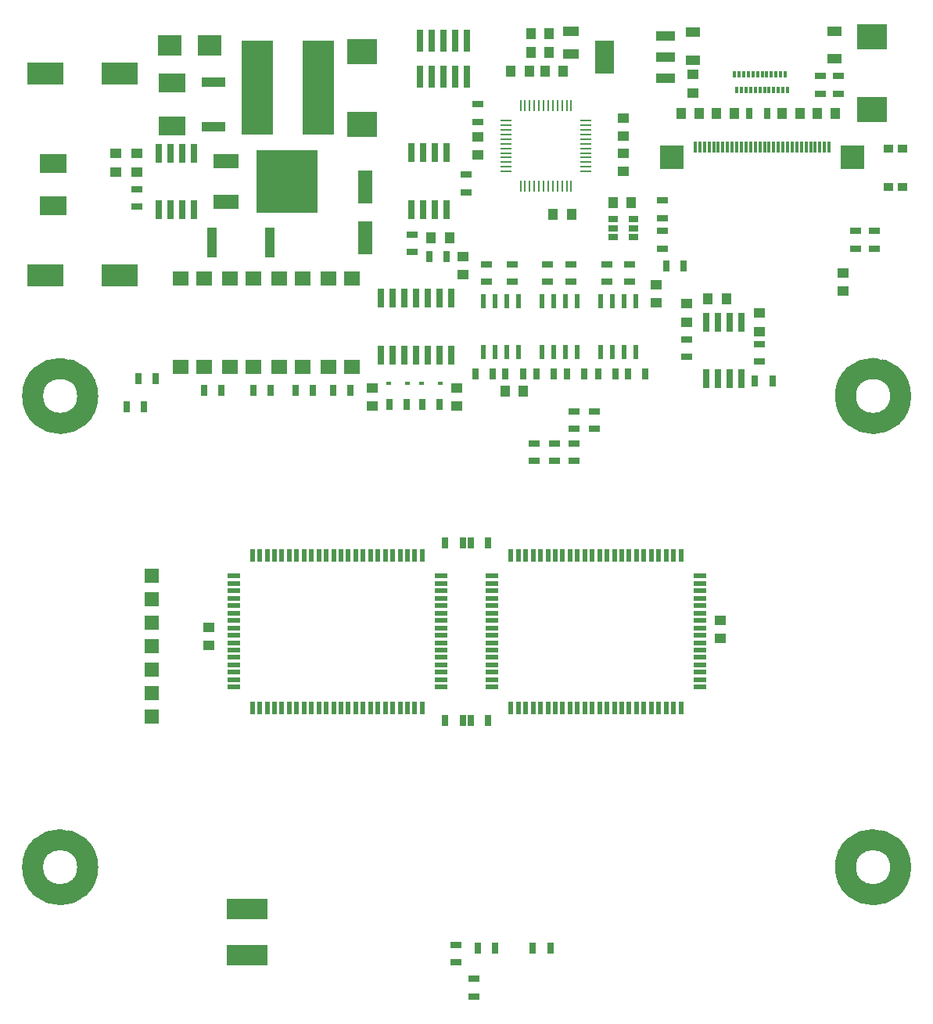
<source format=gbr>
G04 #@! TF.FileFunction,Paste,Bot*
%FSLAX46Y46*%
G04 Gerber Fmt 4.6, Leading zero omitted, Abs format (unit mm)*
G04 Created by KiCad (PCBNEW 4.0.7-e2-6376~58~ubuntu16.04.1) date Sat Jul 28 16:41:28 2018*
%MOMM*%
%LPD*%
G01*
G04 APERTURE LIST*
%ADD10C,0.100000*%
%ADD11C,2.250000*%
%ADD12R,1.000000X1.250000*%
%ADD13R,1.800000X1.000000*%
%ADD14R,1.250000X1.000000*%
%ADD15R,1.700000X1.600000*%
%ADD16R,4.000500X2.400300*%
%ADD17R,1.300000X0.700000*%
%ADD18R,0.610000X1.520000*%
%ADD19R,0.700000X1.300000*%
%ADD20R,2.780000X1.550000*%
%ADD21R,6.730000X6.740000*%
%ADD22R,0.660400X2.032000*%
%ADD23R,1.000000X3.200000*%
%ADD24R,2.500000X1.000000*%
%ADD25R,2.500000X2.300000*%
%ADD26R,1.501140X1.501140*%
%ADD27R,1.600200X3.599180*%
%ADD28R,3.500000X10.200000*%
%ADD29R,3.000000X2.000000*%
%ADD30R,1.060000X0.650000*%
%ADD31R,0.600000X0.450000*%
%ADD32R,1.300000X0.250000*%
%ADD33R,0.250000X1.300000*%
%ADD34R,2.032000X3.657600*%
%ADD35R,2.032000X1.016000*%
%ADD36R,1.000000X0.900000*%
%ADD37R,0.300000X0.700000*%
%ADD38R,1.600000X1.000000*%
%ADD39R,0.500000X1.480000*%
%ADD40R,1.480000X0.500000*%
%ADD41R,4.500000X2.200000*%
%ADD42R,0.300000X1.250000*%
%ADD43R,2.500000X2.500000*%
%ADD44R,3.200000X2.700000*%
%ADD45R,0.740000X2.400000*%
G04 APERTURE END LIST*
D10*
D11*
X146982767Y-74000000D02*
G75*
G03X146982767Y-74000000I-2982767J0D01*
G01*
X146982767Y-125000000D02*
G75*
G03X146982767Y-125000000I-2982767J0D01*
G01*
X58982767Y-125000000D02*
G75*
G03X58982767Y-125000000I-2982767J0D01*
G01*
X58982767Y-74000000D02*
G75*
G03X58982767Y-74000000I-2982767J0D01*
G01*
D12*
X108950000Y-34757000D03*
X106950000Y-34757000D03*
D13*
X111252000Y-34523000D03*
X111252000Y-37023000D03*
D14*
X101219000Y-45949000D03*
X101219000Y-47949000D03*
D15*
X85011000Y-70817000D03*
X87551000Y-70817000D03*
X87551000Y-61317000D03*
X85011000Y-61317000D03*
D16*
X54419500Y-60960000D03*
X62420500Y-60960000D03*
D17*
X102156000Y-61619500D03*
X102156000Y-59719500D03*
D18*
X118285000Y-69244000D03*
X117015000Y-69244000D03*
X115745000Y-69244000D03*
X114475000Y-69244000D03*
X114475000Y-63779000D03*
X115745000Y-63779000D03*
X117015000Y-63779000D03*
X118285000Y-63779000D03*
X111935000Y-63779000D03*
X110665000Y-63779000D03*
X109395000Y-63779000D03*
X108125000Y-63779000D03*
X108125000Y-69244000D03*
X109395000Y-69244000D03*
X110665000Y-69244000D03*
X111935000Y-69244000D03*
D19*
X102852000Y-71591500D03*
X100952000Y-71591500D03*
D17*
X64262000Y-53528000D03*
X64262000Y-51628000D03*
X101219000Y-42443000D03*
X101219000Y-44343000D03*
D19*
X107177800Y-133766200D03*
X109077800Y-133766200D03*
X101183400Y-133766200D03*
X103083400Y-133766200D03*
D17*
X100812600Y-137083400D03*
X100812600Y-138983400D03*
X98882200Y-133425800D03*
X98882200Y-135325800D03*
D19*
X133126000Y-72363040D03*
X131226000Y-72363040D03*
D17*
X131668000Y-70265040D03*
X131668000Y-68365040D03*
X123794000Y-69757040D03*
X123794000Y-67857040D03*
D19*
X116139000Y-71587000D03*
X114239000Y-71587000D03*
X109456000Y-71591500D03*
X107556000Y-71591500D03*
X104206000Y-71587000D03*
X106106000Y-71587000D03*
X110858000Y-71591500D03*
X112758000Y-71591500D03*
X95189000Y-74889000D03*
X97089000Y-74889000D03*
X71567000Y-73365000D03*
X73467000Y-73365000D03*
X76901000Y-73365000D03*
X78801000Y-73365000D03*
X87437000Y-73365000D03*
X85537000Y-73365000D03*
X81473000Y-73365000D03*
X83373000Y-73365000D03*
D17*
X117650000Y-61619500D03*
X117650000Y-59719500D03*
D19*
X117462000Y-71591500D03*
X119362000Y-71591500D03*
D17*
X140208000Y-41295000D03*
X140208000Y-39395000D03*
X144145000Y-56159000D03*
X144145000Y-58059000D03*
D19*
X121605000Y-59903000D03*
X123505000Y-59903000D03*
D17*
X142113000Y-56159000D03*
X142113000Y-58059000D03*
X115175000Y-61625000D03*
X115175000Y-59725000D03*
X108760000Y-61619500D03*
X108760000Y-59719500D03*
X104975000Y-61625000D03*
X104975000Y-59725000D03*
X111300000Y-61619500D03*
X111300000Y-59719500D03*
X99949000Y-51963000D03*
X99949000Y-50063000D03*
D19*
X93533000Y-74889000D03*
X91633000Y-74889000D03*
X95951000Y-58887000D03*
X97851000Y-58887000D03*
X97675000Y-89875000D03*
X99575000Y-89875000D03*
D20*
X73932000Y-48620000D03*
D21*
X80567000Y-50800000D03*
D20*
X73932000Y-52980000D03*
D15*
X74343000Y-70817000D03*
X76883000Y-70817000D03*
X76883000Y-61317000D03*
X74343000Y-61317000D03*
X69009000Y-70817000D03*
X71549000Y-70817000D03*
X71549000Y-61317000D03*
X69009000Y-61317000D03*
X79677000Y-70817000D03*
X82217000Y-70817000D03*
X82217000Y-61317000D03*
X79677000Y-61317000D03*
D18*
X105585000Y-69244000D03*
X104315000Y-69244000D03*
X103045000Y-69244000D03*
X101775000Y-69244000D03*
X101775000Y-63779000D03*
X103045000Y-63779000D03*
X104315000Y-63779000D03*
X105585000Y-63779000D03*
D14*
X123794000Y-65997040D03*
X123794000Y-63997040D03*
D22*
X129763000Y-72134440D03*
X128493000Y-72134440D03*
X127223000Y-72134440D03*
X125953000Y-72134440D03*
X125953000Y-65987640D03*
X127223000Y-65987640D03*
X128493000Y-65987640D03*
X129763000Y-65987640D03*
D23*
X72465000Y-57363000D03*
X78665000Y-57363000D03*
D24*
X72565000Y-44895000D03*
X72565000Y-39995000D03*
D14*
X61976000Y-49768000D03*
X61976000Y-47768000D03*
X64262000Y-47768000D03*
X64262000Y-49768000D03*
X127432000Y-98246000D03*
X127432000Y-100246000D03*
X72060000Y-101008000D03*
X72060000Y-99008000D03*
D25*
X67875000Y-36095000D03*
X72175000Y-36095000D03*
D14*
X131668000Y-65013040D03*
X131668000Y-67013040D03*
D12*
X126127000Y-63459000D03*
X128127000Y-63459000D03*
D19*
X100425000Y-109125000D03*
X102325000Y-109125000D03*
X100425000Y-89875000D03*
X102325000Y-89875000D03*
X99575000Y-109125000D03*
X97675000Y-109125000D03*
D16*
X62420500Y-39116000D03*
X54419500Y-39116000D03*
D12*
X106791000Y-38821000D03*
X104791000Y-38821000D03*
D14*
X140716000Y-62681000D03*
X140716000Y-60681000D03*
D12*
X108950000Y-36789000D03*
X106950000Y-36789000D03*
D14*
X116967000Y-45917000D03*
X116967000Y-43917000D03*
D26*
X65913000Y-103591000D03*
X65913000Y-108671000D03*
X65913000Y-95971000D03*
X65913000Y-93431000D03*
X65913000Y-106131000D03*
X65913000Y-98511000D03*
X65913000Y-101051000D03*
D27*
X89000000Y-51374180D03*
X89000000Y-56875820D03*
D28*
X83945000Y-40599000D03*
X77345000Y-40599000D03*
D12*
X125206000Y-43393000D03*
X123206000Y-43393000D03*
X137938000Y-43393000D03*
X139938000Y-43393000D03*
X127016000Y-43393000D03*
X129016000Y-43393000D03*
X136128000Y-43393000D03*
X134128000Y-43393000D03*
X117840000Y-53045000D03*
X115840000Y-53045000D03*
D29*
X68120000Y-40145000D03*
X68120000Y-44745000D03*
D14*
X120523000Y-63951000D03*
X120523000Y-61951000D03*
D22*
X66675000Y-47726600D03*
X67945000Y-47726600D03*
X69215000Y-47726600D03*
X70485000Y-47726600D03*
X70485000Y-53873400D03*
X69215000Y-53873400D03*
X67945000Y-53873400D03*
X66675000Y-53873400D03*
X93980000Y-47685600D03*
X95250000Y-47685600D03*
X96520000Y-47685600D03*
X97790000Y-47685600D03*
X97790000Y-53832400D03*
X96520000Y-53832400D03*
X95250000Y-53832400D03*
X93980000Y-53832400D03*
D30*
X115867000Y-56789000D03*
X115867000Y-55839000D03*
X115867000Y-54889000D03*
X118067000Y-54889000D03*
X118067000Y-56789000D03*
X118067000Y-55839000D03*
D14*
X89789000Y-73127000D03*
X89789000Y-75127000D03*
X98933000Y-75127000D03*
X98933000Y-73127000D03*
D12*
X96155000Y-56855000D03*
X98155000Y-56855000D03*
D31*
X91533000Y-72603000D03*
X93633000Y-72603000D03*
X97189000Y-72603000D03*
X95089000Y-72603000D03*
D22*
X90690000Y-63426600D03*
X91960000Y-63426600D03*
X93230000Y-63426600D03*
X94500000Y-63426600D03*
X95770000Y-63426600D03*
X97040000Y-63426600D03*
X98310000Y-63426600D03*
X98310000Y-69573400D03*
X97040000Y-69573400D03*
X94500000Y-69573400D03*
X93230000Y-69573400D03*
X91960000Y-69573400D03*
X90690000Y-69573400D03*
X95770000Y-69573400D03*
D12*
X108474000Y-38821000D03*
X110474000Y-38821000D03*
D32*
X112935000Y-44199000D03*
X112935000Y-44699000D03*
X112935000Y-45199000D03*
X112935000Y-45699000D03*
X112935000Y-46199000D03*
X112935000Y-46699000D03*
X112935000Y-47199000D03*
X112935000Y-47699000D03*
X112935000Y-48199000D03*
X112935000Y-48699000D03*
X112935000Y-49199000D03*
X112935000Y-49699000D03*
D33*
X111335000Y-51299000D03*
X110835000Y-51299000D03*
X110335000Y-51299000D03*
X109835000Y-51299000D03*
X109335000Y-51299000D03*
X108835000Y-51299000D03*
X108335000Y-51299000D03*
X107835000Y-51299000D03*
X107335000Y-51299000D03*
X106835000Y-51299000D03*
X106335000Y-51299000D03*
X105835000Y-51299000D03*
D32*
X104235000Y-49699000D03*
X104235000Y-49199000D03*
X104235000Y-48699000D03*
X104235000Y-48199000D03*
X104235000Y-47699000D03*
X104235000Y-47199000D03*
X104235000Y-46699000D03*
X104235000Y-46199000D03*
X104235000Y-45699000D03*
X104235000Y-45199000D03*
X104235000Y-44699000D03*
X104235000Y-44199000D03*
D33*
X105835000Y-42599000D03*
X106335000Y-42599000D03*
X106835000Y-42599000D03*
X107335000Y-42599000D03*
X107835000Y-42599000D03*
X108335000Y-42599000D03*
X108835000Y-42599000D03*
X109335000Y-42599000D03*
X109835000Y-42599000D03*
X110335000Y-42599000D03*
X110835000Y-42599000D03*
X111335000Y-42599000D03*
D12*
X111363000Y-54315000D03*
X109363000Y-54315000D03*
D14*
X116967000Y-47727000D03*
X116967000Y-49727000D03*
D34*
X114898000Y-37297000D03*
D35*
X121502000Y-37297000D03*
X121502000Y-39583000D03*
X121502000Y-35011000D03*
D36*
X147231000Y-51348500D03*
X145631000Y-51348500D03*
X147231000Y-47248500D03*
X145631000Y-47248500D03*
D37*
X129250000Y-40920000D03*
X129750000Y-40920000D03*
X130250000Y-40920000D03*
X130750000Y-40920000D03*
X131250000Y-40920000D03*
X131750000Y-40920000D03*
X132250000Y-40920000D03*
X134750000Y-40920000D03*
X133750000Y-40920000D03*
X133250000Y-40920000D03*
X132750000Y-40920000D03*
X134250000Y-40920000D03*
X134500000Y-39220000D03*
X134000000Y-39220000D03*
X133500000Y-39220000D03*
X133000000Y-39220000D03*
X132500000Y-39220000D03*
X132000000Y-39220000D03*
X131500000Y-39220000D03*
X131000000Y-39220000D03*
X130500000Y-39220000D03*
X130000000Y-39220000D03*
X129500000Y-39220000D03*
X129000000Y-39220000D03*
D38*
X139827000Y-34527000D03*
X139827000Y-37527000D03*
X124495000Y-37645000D03*
X124495000Y-34645000D03*
D14*
X124500000Y-41218000D03*
X124500000Y-39218000D03*
D39*
X104800000Y-91260000D03*
X105600000Y-91260000D03*
X106400000Y-91260000D03*
X107200000Y-91260000D03*
X108000000Y-91260000D03*
X108800000Y-91260000D03*
X109600000Y-91260000D03*
X110400000Y-91260000D03*
X111200000Y-91260000D03*
X112000000Y-91260000D03*
X112800000Y-91260000D03*
X113600000Y-91260000D03*
X114400000Y-91260000D03*
X115200000Y-91260000D03*
X116000000Y-91260000D03*
X116800000Y-91260000D03*
X117600000Y-91260000D03*
X118400000Y-91260000D03*
X119200000Y-91260000D03*
X120000000Y-91260000D03*
X120800000Y-91260000D03*
X121600000Y-91260000D03*
X122400000Y-91260000D03*
X123200000Y-91260000D03*
D40*
X125240000Y-93500000D03*
X125240000Y-94300000D03*
X125240000Y-95100000D03*
X125240000Y-95900000D03*
X125240000Y-96700000D03*
X125240000Y-97500000D03*
X125240000Y-98300000D03*
X125240000Y-99100000D03*
X125240000Y-99900000D03*
X125240000Y-100700000D03*
X125240000Y-101500000D03*
X125240000Y-102300000D03*
X125240000Y-103100000D03*
X125240000Y-103900000D03*
X125240000Y-104700000D03*
X125240000Y-105500000D03*
D39*
X123200000Y-107740000D03*
X122400000Y-107740000D03*
X121600000Y-107740000D03*
X120800000Y-107740000D03*
X120000000Y-107740000D03*
X119200000Y-107740000D03*
X118400000Y-107740000D03*
X117600000Y-107740000D03*
X116800000Y-107740000D03*
X116000000Y-107740000D03*
X115200000Y-107740000D03*
X114400000Y-107740000D03*
X113600000Y-107740000D03*
X112800000Y-107740000D03*
X112000000Y-107740000D03*
X111200000Y-107740000D03*
X110400000Y-107740000D03*
X109600000Y-107740000D03*
X108800000Y-107740000D03*
X108000000Y-107740000D03*
X107200000Y-107740000D03*
X106400000Y-107740000D03*
X105600000Y-107740000D03*
X104800000Y-107740000D03*
D40*
X102760000Y-105500000D03*
X102760000Y-104700000D03*
X102760000Y-103900000D03*
X102760000Y-103100000D03*
X102760000Y-102300000D03*
X102760000Y-101500000D03*
X102760000Y-100700000D03*
X102760000Y-99900000D03*
X102760000Y-99100000D03*
X102760000Y-98300000D03*
X102760000Y-97500000D03*
X102760000Y-96700000D03*
X102760000Y-95900000D03*
X102760000Y-95100000D03*
X102760000Y-94300000D03*
X102760000Y-93500000D03*
D39*
X95200000Y-107740000D03*
X94400000Y-107740000D03*
X93600000Y-107740000D03*
X92800000Y-107740000D03*
X92000000Y-107740000D03*
X91200000Y-107740000D03*
X90400000Y-107740000D03*
X89600000Y-107740000D03*
X88800000Y-107740000D03*
X88000000Y-107740000D03*
X87200000Y-107740000D03*
X86400000Y-107740000D03*
X85600000Y-107740000D03*
X84800000Y-107740000D03*
X84000000Y-107740000D03*
X83200000Y-107740000D03*
X82400000Y-107740000D03*
X81600000Y-107740000D03*
X80800000Y-107740000D03*
X80000000Y-107740000D03*
X79200000Y-107740000D03*
X78400000Y-107740000D03*
X77600000Y-107740000D03*
X76800000Y-107740000D03*
D40*
X74760000Y-105500000D03*
X74760000Y-104700000D03*
X74760000Y-103900000D03*
X74760000Y-103100000D03*
X74760000Y-102300000D03*
X74760000Y-101500000D03*
X74760000Y-100700000D03*
X74760000Y-99900000D03*
X74760000Y-99100000D03*
X74760000Y-98300000D03*
X74760000Y-97500000D03*
X74760000Y-96700000D03*
X74760000Y-95900000D03*
X74760000Y-95100000D03*
X74760000Y-94300000D03*
X74760000Y-93500000D03*
D39*
X76800000Y-91260000D03*
X77600000Y-91260000D03*
X78400000Y-91260000D03*
X79200000Y-91260000D03*
X80000000Y-91260000D03*
X80800000Y-91260000D03*
X81600000Y-91260000D03*
X82400000Y-91260000D03*
X83200000Y-91260000D03*
X84000000Y-91260000D03*
X84800000Y-91260000D03*
X85600000Y-91260000D03*
X86400000Y-91260000D03*
X87200000Y-91260000D03*
X88000000Y-91260000D03*
X88800000Y-91260000D03*
X89600000Y-91260000D03*
X90400000Y-91260000D03*
X91200000Y-91260000D03*
X92000000Y-91260000D03*
X92800000Y-91260000D03*
X93600000Y-91260000D03*
X94400000Y-91260000D03*
X95200000Y-91260000D03*
D40*
X97240000Y-93500000D03*
X97240000Y-94300000D03*
X97240000Y-95100000D03*
X97240000Y-95900000D03*
X97240000Y-96700000D03*
X97240000Y-97500000D03*
X97240000Y-98300000D03*
X97240000Y-99100000D03*
X97240000Y-99900000D03*
X97240000Y-100700000D03*
X97240000Y-101500000D03*
X97240000Y-102300000D03*
X97240000Y-103100000D03*
X97240000Y-103900000D03*
X97240000Y-104700000D03*
X97240000Y-105500000D03*
D41*
X76265000Y-129539000D03*
X76265000Y-134539000D03*
D42*
X139250000Y-47025000D03*
X137250000Y-47025000D03*
X137750000Y-47025000D03*
X138750000Y-47025000D03*
X138250000Y-47025000D03*
X136250000Y-47025000D03*
X136750000Y-47025000D03*
X135750000Y-47025000D03*
X135250000Y-47025000D03*
X132250000Y-47025000D03*
X132750000Y-47025000D03*
X133750000Y-47025000D03*
X133250000Y-47025000D03*
X134750000Y-47025000D03*
X134250000Y-47025000D03*
X126750000Y-47025000D03*
X127250000Y-47025000D03*
X125750000Y-47025000D03*
X126250000Y-47025000D03*
X125250000Y-47025000D03*
X124750000Y-47025000D03*
X127750000Y-47025000D03*
X128250000Y-47025000D03*
X129250000Y-47025000D03*
X128750000Y-47025000D03*
X130750000Y-47025000D03*
X131250000Y-47025000D03*
X130250000Y-47025000D03*
X129750000Y-47025000D03*
D43*
X122250000Y-48125000D03*
X141750000Y-48125000D03*
D42*
X131750000Y-47025000D03*
D17*
X121158000Y-54757000D03*
X121158000Y-52857000D03*
X121158000Y-56159000D03*
X121158000Y-58059000D03*
D29*
X55225000Y-48825000D03*
X55225000Y-53425000D03*
D14*
X99568000Y-58903000D03*
X99568000Y-60903000D03*
D17*
X109474000Y-79146000D03*
X109474000Y-81046000D03*
X111633000Y-79146000D03*
X111633000Y-81046000D03*
X113792000Y-75653500D03*
X113792000Y-77553500D03*
X111633000Y-75653500D03*
X111633000Y-77553500D03*
X107315000Y-79146000D03*
X107315000Y-81046000D03*
D19*
X63185000Y-75143000D03*
X65085000Y-75143000D03*
X66355000Y-72095000D03*
X64455000Y-72095000D03*
D44*
X143900000Y-35125000D03*
X143900000Y-43025000D03*
X88646000Y-36690000D03*
X88646000Y-44590000D03*
D45*
X100040000Y-39475600D03*
X100040000Y-35575600D03*
X98770000Y-39475600D03*
X98770000Y-35575600D03*
X97500000Y-39475600D03*
X97500000Y-35575600D03*
X96230000Y-39475600D03*
X96230000Y-35575600D03*
X94960000Y-39475600D03*
X94960000Y-35575600D03*
D17*
X94107000Y-56540000D03*
X94107000Y-58440000D03*
D12*
X106156000Y-73492000D03*
X104156000Y-73492000D03*
D17*
X138303000Y-41295000D03*
X138303000Y-39395000D03*
D19*
X130622000Y-43393000D03*
X132522000Y-43393000D03*
M02*

</source>
